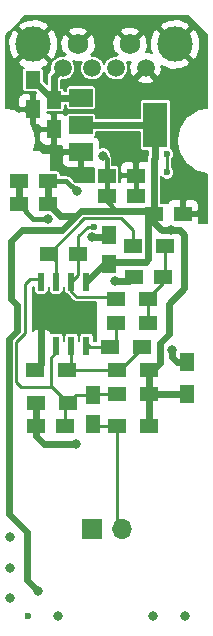
<source format=gbr>
G04 #@! TF.FileFunction,Copper,L2,Bot,Signal*
%FSLAX46Y46*%
G04 Gerber Fmt 4.6, Leading zero omitted, Abs format (unit mm)*
G04 Created by KiCad (PCBNEW 4.0.4-stable) date 03/30/17 11:45:36*
%MOMM*%
%LPD*%
G01*
G04 APERTURE LIST*
%ADD10C,0.100000*%
%ADD11R,1.500000X1.250000*%
%ADD12R,2.000000X3.800000*%
%ADD13R,2.000000X1.500000*%
%ADD14R,1.500000X1.300000*%
%ADD15C,1.750000*%
%ADD16C,1.501140*%
%ADD17C,2.999740*%
%ADD18R,1.250000X1.500000*%
%ADD19R,1.300000X1.500000*%
%ADD20R,0.600000X1.550000*%
%ADD21R,1.700000X1.700000*%
%ADD22O,1.700000X1.700000*%
%ADD23C,0.800000*%
%ADD24C,0.600000*%
%ADD25C,0.400000*%
%ADD26C,0.600000*%
%ADD27C,0.250000*%
%ADD28C,0.200000*%
G04 APERTURE END LIST*
D10*
D11*
X148620000Y-75130000D03*
X146120000Y-75130000D03*
D12*
X155140000Y-64230000D03*
D13*
X148840000Y-64230000D03*
X148840000Y-61930000D03*
X148840000Y-66530000D03*
D14*
X155910000Y-74450000D03*
X153210000Y-74450000D03*
D15*
X148600000Y-57400000D03*
X153000000Y-57400000D03*
D16*
X154300000Y-59400000D03*
X151800000Y-59400000D03*
X149800000Y-59400000D03*
X147300000Y-59400000D03*
D17*
X156800000Y-57400000D03*
X144800000Y-57400000D03*
D11*
X154990000Y-71730000D03*
X157490000Y-71730000D03*
X153310000Y-77080000D03*
X155810000Y-77080000D03*
D18*
X151200000Y-76010000D03*
X151200000Y-73510000D03*
D11*
X153500000Y-68500000D03*
X151000000Y-68500000D03*
X153500000Y-70200000D03*
X151000000Y-70200000D03*
X145000000Y-89710000D03*
X147500000Y-89710000D03*
X143550000Y-70900000D03*
X146050000Y-70900000D03*
D14*
X151860000Y-89680000D03*
X154560000Y-89680000D03*
X154570000Y-86980000D03*
X151870000Y-86980000D03*
X151870000Y-84990000D03*
X154570000Y-84990000D03*
X151840000Y-80970000D03*
X154540000Y-80970000D03*
X154540000Y-78910000D03*
X151840000Y-78910000D03*
X154030000Y-83010000D03*
X151330000Y-83010000D03*
X147680000Y-85000000D03*
X144980000Y-85000000D03*
X147720000Y-87760000D03*
X145020000Y-87760000D03*
D18*
X144770000Y-60400000D03*
X144770000Y-62900000D03*
X149840000Y-87070000D03*
X149840000Y-89570000D03*
X146530000Y-62100000D03*
X146530000Y-64600000D03*
D19*
X157810000Y-84310000D03*
X157810000Y-87010000D03*
D11*
X143550000Y-68990000D03*
X146050000Y-68990000D03*
D20*
X149295000Y-82890000D03*
X148025000Y-82890000D03*
X146755000Y-82890000D03*
X145485000Y-82890000D03*
X145485000Y-77490000D03*
X146755000Y-77490000D03*
X148025000Y-77490000D03*
X149295000Y-77490000D03*
D21*
X149730000Y-98450000D03*
D22*
X152270000Y-98450000D03*
D23*
X142810000Y-101720000D03*
D24*
X144350000Y-105800000D03*
D23*
X146890000Y-105800000D03*
X157640000Y-105800000D03*
X154970000Y-105800000D03*
X142810000Y-104260000D03*
X142810000Y-99140000D03*
X157180000Y-68380000D03*
X146750000Y-66390000D03*
X145150000Y-64590000D03*
X153200000Y-66940000D03*
X151980000Y-66940000D03*
X145200000Y-103670000D03*
X156430000Y-73150000D03*
X150700000Y-66810000D03*
X148460000Y-69840000D03*
D24*
X156100000Y-66710000D03*
X156100000Y-68240000D03*
D23*
X156520000Y-83280000D03*
D24*
X149900000Y-72820000D03*
D23*
X149760000Y-73710000D03*
X151750000Y-77460000D03*
X148440000Y-91270000D03*
X145720000Y-79020000D03*
X147390000Y-80010000D03*
X147390000Y-81140000D03*
X145740000Y-81120000D03*
X149150000Y-81150000D03*
X149150000Y-80020000D03*
X145690000Y-80010000D03*
X147370000Y-79030000D03*
X146050000Y-72180000D03*
D25*
X146750000Y-66390000D02*
X145610000Y-66390000D01*
X146890000Y-66530000D02*
X146750000Y-66390000D01*
X148840000Y-66530000D02*
X146890000Y-66530000D01*
X145130000Y-65910000D02*
X145150000Y-64590000D01*
X145610000Y-66390000D02*
X145130000Y-65910000D01*
X153200000Y-66940000D02*
X151990000Y-66950000D01*
X153500000Y-67240000D02*
X153200000Y-66940000D01*
X153500000Y-68500000D02*
X153500000Y-67240000D01*
X151990000Y-66950000D02*
X151980000Y-66940000D01*
X157500000Y-68400000D02*
X157490000Y-68400000D01*
D26*
X146530000Y-64600000D02*
X146440000Y-64510000D01*
X144770000Y-62900000D02*
X144220000Y-62900000D01*
X157250000Y-73150000D02*
X156430000Y-73150000D01*
X157600000Y-73500000D02*
X157250000Y-73150000D01*
X157600000Y-78040000D02*
X157600000Y-73500000D01*
X154570000Y-84990000D02*
X154930000Y-84990000D01*
X154930000Y-84990000D02*
X155530000Y-84390000D01*
X156260000Y-79380000D02*
X157600000Y-78040000D01*
X156260000Y-81950000D02*
X156260000Y-79380000D01*
X155530000Y-82680000D02*
X156260000Y-81950000D01*
X155530000Y-84390000D02*
X155530000Y-82680000D01*
X142715000Y-91805000D02*
X142715000Y-97145000D01*
X145180000Y-103670000D02*
X145200000Y-103670000D01*
X144250000Y-102740000D02*
X145180000Y-103670000D01*
X144250000Y-98680000D02*
X144250000Y-102740000D01*
X142715000Y-97145000D02*
X144250000Y-98680000D01*
X154340000Y-75770000D02*
X154330000Y-75780000D01*
X154340000Y-75770000D02*
X154550000Y-75560000D01*
X154550000Y-72170000D02*
X154550000Y-75560000D01*
X154330000Y-75780000D02*
X151430000Y-75780000D01*
X151430000Y-75780000D02*
X151200000Y-76010000D01*
X149295000Y-77490000D02*
X150775000Y-76010000D01*
X150775000Y-76010000D02*
X151200000Y-76010000D01*
X154550000Y-72170000D02*
X154990000Y-71730000D01*
X142710000Y-83620000D02*
X142710000Y-82330000D01*
X147210000Y-73130000D02*
X148425000Y-71915000D01*
X142710000Y-91800000D02*
X142715000Y-91805000D01*
X142710000Y-83620000D02*
X142710000Y-91800000D01*
X142890000Y-78990000D02*
X143390000Y-79490000D01*
X142890000Y-74050000D02*
X142890000Y-78990000D01*
X143810000Y-73130000D02*
X142890000Y-74050000D01*
X147210000Y-73130000D02*
X143810000Y-73130000D01*
X143390000Y-81650000D02*
X143390000Y-79490000D01*
X142710000Y-82330000D02*
X143390000Y-81650000D01*
X149295000Y-77490000D02*
X149295000Y-77425000D01*
X154570000Y-86980000D02*
X157780000Y-86980000D01*
X157780000Y-86980000D02*
X157810000Y-87010000D01*
X154570000Y-84990000D02*
X154570000Y-86980000D01*
X154560000Y-89680000D02*
X154560000Y-86990000D01*
X154560000Y-86990000D02*
X154570000Y-86980000D01*
X154990000Y-72480000D02*
X155660000Y-73150000D01*
X154990000Y-71730000D02*
X154990000Y-72480000D01*
X155660000Y-73150000D02*
X156430000Y-73150000D01*
X149290000Y-71510000D02*
X148830000Y-71510000D01*
X148830000Y-71510000D02*
X148425000Y-71915000D01*
X150620000Y-71510000D02*
X149290000Y-71510000D01*
X151840000Y-71510000D02*
X150620000Y-71510000D01*
D25*
X151000000Y-68500000D02*
X151000000Y-67110000D01*
X151000000Y-67110000D02*
X150700000Y-66810000D01*
X148460000Y-69840000D02*
X147610000Y-68990000D01*
X146050000Y-68990000D02*
X147280000Y-68990000D01*
X147610000Y-68990000D02*
X147280000Y-68990000D01*
X151000000Y-70200000D02*
X151000000Y-68500000D01*
X151000000Y-70200000D02*
X151000000Y-70670000D01*
X151000000Y-70670000D02*
X151840000Y-71510000D01*
D26*
X154990000Y-71730000D02*
X154770000Y-71510000D01*
X154770000Y-71510000D02*
X151840000Y-71510000D01*
X155140000Y-66980000D02*
X154990000Y-67130000D01*
X154990000Y-67130000D02*
X154990000Y-70360000D01*
X155140000Y-66980000D02*
X155140000Y-64230000D01*
X154990000Y-71730000D02*
X154990000Y-70360000D01*
X148425000Y-71915000D02*
X147065000Y-71915000D01*
X146680000Y-71530000D02*
X146050000Y-70900000D01*
X147065000Y-71915000D02*
X146680000Y-71530000D01*
X148510000Y-71830000D02*
X148425000Y-71915000D01*
D27*
X155610000Y-65800000D02*
X155270000Y-65460000D01*
D26*
X146050000Y-70900000D02*
X146050000Y-68990000D01*
X146050000Y-70920000D02*
X146050000Y-70900000D01*
D25*
X151000000Y-64190000D02*
X151000000Y-64230000D01*
X151000000Y-64230000D02*
X151000000Y-64190000D01*
X151000000Y-64190000D02*
X151000000Y-64230000D01*
D26*
X148840000Y-64230000D02*
X151000000Y-64230000D01*
X151000000Y-64230000D02*
X155140000Y-64230000D01*
D27*
X156100000Y-68240000D02*
X156100000Y-66710000D01*
D26*
X146470000Y-62100000D02*
X146530000Y-62100000D01*
X146530000Y-62100000D02*
X146700000Y-61930000D01*
X146700000Y-61930000D02*
X148840000Y-61930000D01*
X146530000Y-60170000D02*
X146530000Y-62100000D01*
X144770000Y-60400000D02*
X146470000Y-62100000D01*
X147300000Y-59400000D02*
X146530000Y-60170000D01*
X156990000Y-84310000D02*
X157810000Y-84310000D01*
X156520000Y-83840000D02*
X156990000Y-84310000D01*
X156520000Y-83280000D02*
X156520000Y-83840000D01*
D27*
X155810000Y-77080000D02*
X155910000Y-76980000D01*
X155910000Y-76980000D02*
X155910000Y-74450000D01*
X154540000Y-78910000D02*
X154540000Y-78850000D01*
X154540000Y-78850000D02*
X155820000Y-77570000D01*
X155820000Y-77570000D02*
X155820000Y-76890000D01*
X154540000Y-78910000D02*
X154530000Y-78900000D01*
X154540000Y-80970000D02*
X154540000Y-78910000D01*
X149430000Y-72820000D02*
X148620000Y-73630000D01*
X148620000Y-75130000D02*
X148620000Y-73630000D01*
X149900000Y-72820000D02*
X149430000Y-72820000D01*
X148620000Y-75130000D02*
X148620000Y-76895000D01*
X148620000Y-76895000D02*
X148025000Y-77490000D01*
X148025000Y-77490000D02*
X148025000Y-78345000D01*
X148480000Y-78800000D02*
X151730000Y-78800000D01*
X148025000Y-78345000D02*
X148480000Y-78800000D01*
X151730000Y-78800000D02*
X151840000Y-78910000D01*
X151840000Y-78910000D02*
X151180000Y-78910000D01*
X149114998Y-72135002D02*
X152235002Y-72135002D01*
X153210000Y-73110000D02*
X153210000Y-74450000D01*
X152235002Y-72135002D02*
X153210000Y-73110000D01*
X146120000Y-75130000D02*
X149114998Y-72135002D01*
X149114998Y-72135002D02*
X149170000Y-72135002D01*
X146755000Y-77490000D02*
X146755000Y-75765000D01*
X146755000Y-75765000D02*
X146120000Y-75130000D01*
X153210000Y-74450000D02*
X153020000Y-74260000D01*
D26*
X151200000Y-73510000D02*
X151000000Y-73710000D01*
X151000000Y-73710000D02*
X149760000Y-73710000D01*
X153310000Y-77080000D02*
X152930000Y-77460000D01*
X152930000Y-77460000D02*
X151750000Y-77460000D01*
X145000000Y-89710000D02*
X145000000Y-90580000D01*
X145690000Y-91270000D02*
X148440000Y-91270000D01*
X145000000Y-90580000D02*
X145690000Y-91270000D01*
X145720000Y-79020000D02*
X145730000Y-79030000D01*
X145720000Y-79980000D02*
X145720000Y-79020000D01*
X145690000Y-80010000D02*
X147390000Y-80010000D01*
X149140000Y-80010000D02*
X147390000Y-80010000D01*
X149150000Y-80020000D02*
X149150000Y-81150000D01*
X147390000Y-81140000D02*
X149140000Y-81140000D01*
X147370000Y-81120000D02*
X147390000Y-81140000D01*
X145485000Y-82890000D02*
X145485000Y-81375000D01*
X145485000Y-81375000D02*
X145740000Y-81120000D01*
X145740000Y-81120000D02*
X147370000Y-81120000D01*
X149140000Y-81140000D02*
X149150000Y-81150000D01*
X149150000Y-80020000D02*
X149140000Y-80010000D01*
X145690000Y-80010000D02*
X145720000Y-79980000D01*
X145730000Y-79030000D02*
X147370000Y-79030000D01*
X144980000Y-85000000D02*
X145485000Y-84495000D01*
X145485000Y-84495000D02*
X145485000Y-82890000D01*
X145020000Y-87760000D02*
X145020000Y-89690000D01*
X145020000Y-89690000D02*
X145000000Y-89710000D01*
D25*
X144810000Y-72160000D02*
X146030000Y-72160000D01*
X143550000Y-70900000D02*
X144810000Y-72160000D01*
X146030000Y-72160000D02*
X146050000Y-72180000D01*
D26*
X143550000Y-68990000D02*
X143550000Y-70900000D01*
D27*
X143350000Y-84140000D02*
X143350000Y-82573886D01*
X143350000Y-84140000D02*
X143350000Y-85990000D01*
X143350000Y-85990000D02*
X143780000Y-86420000D01*
X143780000Y-86420000D02*
X146410000Y-86420000D01*
X146330000Y-86340000D02*
X146410000Y-86420000D01*
X143350000Y-82573886D02*
X144120000Y-81803886D01*
X145455000Y-77250000D02*
X144550000Y-77250000D01*
X144550000Y-77250000D02*
X144120000Y-77680000D01*
X144120000Y-77680000D02*
X144120000Y-81803886D01*
X147720000Y-87760000D02*
X147720000Y-87730000D01*
X147720000Y-87730000D02*
X146330000Y-86340000D01*
X146725000Y-83495000D02*
X146725000Y-82650000D01*
X146330000Y-83890000D02*
X146725000Y-83495000D01*
X146330000Y-86340000D02*
X146330000Y-83890000D01*
X147720000Y-87760000D02*
X148410000Y-87070000D01*
X148410000Y-87070000D02*
X149840000Y-87070000D01*
X147500000Y-89710000D02*
X147500000Y-87980000D01*
X147500000Y-87980000D02*
X147720000Y-87760000D01*
X151870000Y-86980000D02*
X149930000Y-86980000D01*
X149930000Y-86980000D02*
X149840000Y-87070000D01*
X151860000Y-89680000D02*
X151860000Y-98040000D01*
X151860000Y-98040000D02*
X152270000Y-98450000D01*
X149840000Y-89570000D02*
X149950000Y-89680000D01*
X149950000Y-89680000D02*
X151860000Y-89680000D01*
X149265000Y-82650000D02*
X149615000Y-83000000D01*
X149615000Y-83000000D02*
X151850000Y-83000000D01*
X151850000Y-83000000D02*
X151840000Y-82990000D01*
X151840000Y-82990000D02*
X151840000Y-80970000D01*
X151870000Y-84990000D02*
X152120000Y-84990000D01*
X152120000Y-84990000D02*
X154110000Y-83000000D01*
X154110000Y-83000000D02*
X154550000Y-83000000D01*
X147680000Y-85000000D02*
X151860000Y-85000000D01*
X151860000Y-85000000D02*
X151870000Y-84990000D01*
X147995000Y-82650000D02*
X147995000Y-84685000D01*
X147995000Y-84685000D02*
X147680000Y-85000000D01*
D28*
G36*
X159475000Y-56580330D02*
X159475000Y-62742245D01*
X158820132Y-62872507D01*
X158820131Y-62872507D01*
X158684952Y-62928500D01*
X157873894Y-63470432D01*
X157770432Y-63573894D01*
X157228500Y-64384952D01*
X157172507Y-64520132D01*
X156982207Y-65476836D01*
X156982205Y-65476841D01*
X156982206Y-65550000D01*
X156982205Y-65623159D01*
X156982207Y-65623164D01*
X157172507Y-66579868D01*
X157228500Y-66715048D01*
X157770432Y-67526106D01*
X157873894Y-67629568D01*
X158684952Y-68171500D01*
X158820131Y-68227493D01*
X158820132Y-68227493D01*
X159475000Y-68357755D01*
X159475000Y-72530000D01*
X158825607Y-72530000D01*
X158848000Y-72475938D01*
X158848000Y-72036000D01*
X158696000Y-71884000D01*
X157644000Y-71884000D01*
X157644000Y-71904000D01*
X157336000Y-71904000D01*
X157336000Y-71884000D01*
X157316000Y-71884000D01*
X157316000Y-71576000D01*
X157336000Y-71576000D01*
X157336000Y-70649000D01*
X157644000Y-70649000D01*
X157644000Y-71576000D01*
X158696000Y-71576000D01*
X158848000Y-71424000D01*
X158848000Y-70984062D01*
X158755438Y-70760596D01*
X158584405Y-70589563D01*
X158360939Y-70497000D01*
X157796000Y-70497000D01*
X157644000Y-70649000D01*
X157336000Y-70649000D01*
X157184000Y-70497000D01*
X156619061Y-70497000D01*
X156395595Y-70589563D01*
X156224562Y-70760596D01*
X156204098Y-70810000D01*
X155793712Y-70810000D01*
X155740000Y-70799123D01*
X155590000Y-70799123D01*
X155590000Y-68576893D01*
X155591048Y-68579429D01*
X155759683Y-68748359D01*
X155980129Y-68839896D01*
X156218824Y-68840104D01*
X156439429Y-68748952D01*
X156608359Y-68580317D01*
X156699896Y-68359871D01*
X156700104Y-68121176D01*
X156608952Y-67900571D01*
X156525000Y-67816472D01*
X156525000Y-67133530D01*
X156608359Y-67050317D01*
X156699896Y-66829871D01*
X156700104Y-66591176D01*
X156608952Y-66370571D01*
X156440317Y-66201641D01*
X156432063Y-66198214D01*
X156445877Y-66130000D01*
X156445877Y-62330000D01*
X156424958Y-62218827D01*
X156359255Y-62116721D01*
X156259003Y-62048222D01*
X156140000Y-62024123D01*
X154140000Y-62024123D01*
X154028827Y-62045042D01*
X153926721Y-62110745D01*
X153858222Y-62210997D01*
X153834123Y-62330000D01*
X153834123Y-63630000D01*
X150145877Y-63630000D01*
X150145877Y-63480000D01*
X150124958Y-63368827D01*
X150059255Y-63266721D01*
X149959003Y-63198222D01*
X149840000Y-63174123D01*
X147840000Y-63174123D01*
X147728827Y-63195042D01*
X147626721Y-63260745D01*
X147558222Y-63360997D01*
X147552769Y-63387927D01*
X147499404Y-63334562D01*
X147275938Y-63242000D01*
X146836000Y-63242000D01*
X146684000Y-63394000D01*
X146684000Y-64446000D01*
X146704000Y-64446000D01*
X146704000Y-64754000D01*
X146684000Y-64754000D01*
X146684000Y-65806000D01*
X146836000Y-65958000D01*
X147232000Y-65958000D01*
X147232000Y-66224000D01*
X147384000Y-66376000D01*
X148686000Y-66376000D01*
X148686000Y-66356000D01*
X148994000Y-66356000D01*
X148994000Y-66376000D01*
X149014000Y-66376000D01*
X149014000Y-66684000D01*
X148994000Y-66684000D01*
X148994000Y-67736000D01*
X149146000Y-67888000D01*
X149944123Y-67888000D01*
X149944123Y-69040000D01*
X148367107Y-69040000D01*
X147963553Y-68636447D01*
X147801342Y-68528060D01*
X147610000Y-68490000D01*
X147105877Y-68490000D01*
X147105877Y-68365000D01*
X147084958Y-68253827D01*
X147019255Y-68151721D01*
X146919003Y-68083222D01*
X146800000Y-68059123D01*
X146300000Y-68059123D01*
X146300000Y-66836000D01*
X147232000Y-66836000D01*
X147232000Y-67400938D01*
X147324562Y-67624404D01*
X147495595Y-67795437D01*
X147719061Y-67888000D01*
X148534000Y-67888000D01*
X148686000Y-67736000D01*
X148686000Y-66684000D01*
X147384000Y-66684000D01*
X147232000Y-66836000D01*
X146300000Y-66836000D01*
X146300000Y-66430000D01*
X146292121Y-66391094D01*
X146269727Y-66358319D01*
X146236346Y-66336839D01*
X146200000Y-66330000D01*
X144877195Y-66330000D01*
X145017795Y-65623159D01*
X145017795Y-65476841D01*
X144904248Y-64906000D01*
X145297000Y-64906000D01*
X145297000Y-65470939D01*
X145389563Y-65694405D01*
X145560596Y-65865438D01*
X145784062Y-65958000D01*
X146224000Y-65958000D01*
X146376000Y-65806000D01*
X146376000Y-64754000D01*
X145449000Y-64754000D01*
X145297000Y-64906000D01*
X144904248Y-64906000D01*
X144827493Y-64520132D01*
X144771500Y-64384952D01*
X144597483Y-64124517D01*
X144616000Y-64106000D01*
X144616000Y-63054000D01*
X143689000Y-63054000D01*
X143614448Y-63128552D01*
X143315048Y-62928500D01*
X143179868Y-62872507D01*
X142525000Y-62742246D01*
X142525000Y-62029061D01*
X143537000Y-62029061D01*
X143537000Y-62594000D01*
X143689000Y-62746000D01*
X144616000Y-62746000D01*
X144616000Y-61694000D01*
X144464000Y-61542000D01*
X144024062Y-61542000D01*
X143800596Y-61634562D01*
X143629563Y-61805595D01*
X143537000Y-62029061D01*
X142525000Y-62029061D01*
X142525000Y-58916900D01*
X143500889Y-58916900D01*
X143664588Y-59224760D01*
X144035939Y-59364645D01*
X144033827Y-59365042D01*
X143931721Y-59430745D01*
X143863222Y-59530997D01*
X143839123Y-59650000D01*
X143839123Y-61150000D01*
X143860042Y-61261173D01*
X143925745Y-61363279D01*
X144025997Y-61431778D01*
X144145000Y-61455877D01*
X144977349Y-61455877D01*
X145069736Y-61548264D01*
X144924000Y-61694000D01*
X144924000Y-62746000D01*
X144944000Y-62746000D01*
X144944000Y-63054000D01*
X144924000Y-63054000D01*
X144924000Y-64106000D01*
X145076000Y-64258000D01*
X145297000Y-64258000D01*
X145297000Y-64294000D01*
X145449000Y-64446000D01*
X146376000Y-64446000D01*
X146376000Y-63394000D01*
X146224000Y-63242000D01*
X146003000Y-63242000D01*
X146003000Y-63206000D01*
X145952877Y-63155877D01*
X147155000Y-63155877D01*
X147266173Y-63134958D01*
X147368279Y-63069255D01*
X147436778Y-62969003D01*
X147460877Y-62850000D01*
X147460877Y-62530000D01*
X147534123Y-62530000D01*
X147534123Y-62680000D01*
X147555042Y-62791173D01*
X147620745Y-62893279D01*
X147720997Y-62961778D01*
X147840000Y-62985877D01*
X149840000Y-62985877D01*
X149951173Y-62964958D01*
X150053279Y-62899255D01*
X150121778Y-62799003D01*
X150145877Y-62680000D01*
X150145877Y-61180000D01*
X150124958Y-61068827D01*
X150059255Y-60966721D01*
X149959003Y-60898222D01*
X149840000Y-60874123D01*
X147840000Y-60874123D01*
X147728827Y-60895042D01*
X147626721Y-60960745D01*
X147558222Y-61060997D01*
X147534123Y-61180000D01*
X147534123Y-61330000D01*
X147457114Y-61330000D01*
X147439958Y-61238827D01*
X147374255Y-61136721D01*
X147274003Y-61068222D01*
X147155000Y-61044123D01*
X147130000Y-61044123D01*
X147130000Y-60450422D01*
X147508055Y-60450752D01*
X147894323Y-60291149D01*
X148190111Y-59995877D01*
X148350387Y-59609888D01*
X148350752Y-59191945D01*
X148201670Y-58831141D01*
X148398598Y-58898581D01*
X148883314Y-58868122D01*
X148749613Y-59190112D01*
X148749248Y-59608055D01*
X148908851Y-59994323D01*
X149204123Y-60290111D01*
X149590112Y-60450387D01*
X150008055Y-60450752D01*
X150394323Y-60291149D01*
X150690111Y-59995877D01*
X150800072Y-59731059D01*
X150908851Y-59994323D01*
X151204123Y-60290111D01*
X151590112Y-60450387D01*
X152008055Y-60450752D01*
X152193658Y-60374062D01*
X153543727Y-60374062D01*
X153615444Y-60604211D01*
X154128384Y-60774514D01*
X154667452Y-60735560D01*
X154984556Y-60604211D01*
X155056273Y-60374062D01*
X154300000Y-59617789D01*
X153543727Y-60374062D01*
X152193658Y-60374062D01*
X152394323Y-60291149D01*
X152690111Y-59995877D01*
X152850387Y-59609888D01*
X152850752Y-59191945D01*
X152718153Y-58871032D01*
X152798598Y-58898581D01*
X153040022Y-58883410D01*
X152925486Y-59228384D01*
X152964440Y-59767452D01*
X153095789Y-60084556D01*
X153325938Y-60156273D01*
X154082211Y-59400000D01*
X154068069Y-59385858D01*
X154285858Y-59168069D01*
X154300000Y-59182211D01*
X154314142Y-59168069D01*
X154531931Y-59385858D01*
X154517789Y-59400000D01*
X155274062Y-60156273D01*
X155504211Y-60084556D01*
X155674514Y-59571616D01*
X155647069Y-59191812D01*
X155664588Y-59224760D01*
X156449322Y-59520362D01*
X157287443Y-59493158D01*
X157935412Y-59224760D01*
X158099111Y-58916900D01*
X156800000Y-57617789D01*
X156785858Y-57631931D01*
X156568069Y-57414142D01*
X156582211Y-57400000D01*
X157017789Y-57400000D01*
X158316900Y-58699111D01*
X158624760Y-58535412D01*
X158920362Y-57750678D01*
X158893158Y-56912557D01*
X158624760Y-56264588D01*
X158316900Y-56100889D01*
X157017789Y-57400000D01*
X156582211Y-57400000D01*
X155283100Y-56100889D01*
X154975240Y-56264588D01*
X154679638Y-57049322D01*
X154706842Y-57887443D01*
X154810646Y-58138049D01*
X154471616Y-58025486D01*
X154350347Y-58034249D01*
X154498581Y-57601402D01*
X154461581Y-57012589D01*
X154307435Y-56640447D01*
X154064413Y-56553376D01*
X153217789Y-57400000D01*
X153231931Y-57414142D01*
X153014142Y-57631931D01*
X153000000Y-57617789D01*
X152985858Y-57631931D01*
X152768069Y-57414142D01*
X152782211Y-57400000D01*
X151935587Y-56553376D01*
X151692565Y-56640447D01*
X151501419Y-57198598D01*
X151538419Y-57787411D01*
X151692565Y-58159553D01*
X151935586Y-58246623D01*
X151832751Y-58349458D01*
X151591945Y-58349248D01*
X151205677Y-58508851D01*
X150909889Y-58804123D01*
X150799928Y-59068941D01*
X150691149Y-58805677D01*
X150395877Y-58509889D01*
X150009888Y-58349613D01*
X149767192Y-58349401D01*
X149664414Y-58246623D01*
X149907435Y-58159553D01*
X150098581Y-57601402D01*
X150061581Y-57012589D01*
X149907435Y-56640447D01*
X149664413Y-56553376D01*
X148817789Y-57400000D01*
X148831931Y-57414142D01*
X148614142Y-57631931D01*
X148600000Y-57617789D01*
X148585858Y-57631931D01*
X148368069Y-57414142D01*
X148382211Y-57400000D01*
X147535587Y-56553376D01*
X147292565Y-56640447D01*
X147101419Y-57198598D01*
X147138419Y-57787411D01*
X147292565Y-58159553D01*
X147535586Y-58246623D01*
X147432663Y-58349546D01*
X147091945Y-58349248D01*
X146705677Y-58508851D01*
X146409889Y-58804123D01*
X146249613Y-59190112D01*
X146249253Y-59602219D01*
X146105736Y-59745736D01*
X145975672Y-59940390D01*
X145930000Y-60170000D01*
X145930000Y-60711472D01*
X145700877Y-60482349D01*
X145700877Y-59650000D01*
X145679958Y-59538827D01*
X145614255Y-59436721D01*
X145542333Y-59387579D01*
X145935412Y-59224760D01*
X146099111Y-58916900D01*
X144800000Y-57617789D01*
X143500889Y-58916900D01*
X142525000Y-58916900D01*
X142525000Y-57049322D01*
X142679638Y-57049322D01*
X142706842Y-57887443D01*
X142975240Y-58535412D01*
X143283100Y-58699111D01*
X144582211Y-57400000D01*
X145017789Y-57400000D01*
X146316900Y-58699111D01*
X146624760Y-58535412D01*
X146920362Y-57750678D01*
X146893158Y-56912557D01*
X146654169Y-56335587D01*
X147753376Y-56335587D01*
X148600000Y-57182211D01*
X149446624Y-56335587D01*
X152153376Y-56335587D01*
X153000000Y-57182211D01*
X153846624Y-56335587D01*
X153759553Y-56092565D01*
X153201402Y-55901419D01*
X152612589Y-55938419D01*
X152240447Y-56092565D01*
X152153376Y-56335587D01*
X149446624Y-56335587D01*
X149359553Y-56092565D01*
X148801402Y-55901419D01*
X148212589Y-55938419D01*
X147840447Y-56092565D01*
X147753376Y-56335587D01*
X146654169Y-56335587D01*
X146624760Y-56264588D01*
X146316900Y-56100889D01*
X145017789Y-57400000D01*
X144582211Y-57400000D01*
X143283100Y-56100889D01*
X142975240Y-56264588D01*
X142679638Y-57049322D01*
X142525000Y-57049322D01*
X142525000Y-56580330D01*
X143222230Y-55883100D01*
X143500889Y-55883100D01*
X144800000Y-57182211D01*
X146099111Y-55883100D01*
X155500889Y-55883100D01*
X156800000Y-57182211D01*
X158099111Y-55883100D01*
X157935412Y-55575240D01*
X157150678Y-55279638D01*
X156312557Y-55306842D01*
X155664588Y-55575240D01*
X155500889Y-55883100D01*
X146099111Y-55883100D01*
X145935412Y-55575240D01*
X145150678Y-55279638D01*
X144312557Y-55306842D01*
X143664588Y-55575240D01*
X143500889Y-55883100D01*
X143222230Y-55883100D01*
X144130330Y-54975000D01*
X157869670Y-54975000D01*
X159475000Y-56580330D01*
X159475000Y-56580330D01*
G37*
X159475000Y-56580330D02*
X159475000Y-62742245D01*
X158820132Y-62872507D01*
X158820131Y-62872507D01*
X158684952Y-62928500D01*
X157873894Y-63470432D01*
X157770432Y-63573894D01*
X157228500Y-64384952D01*
X157172507Y-64520132D01*
X156982207Y-65476836D01*
X156982205Y-65476841D01*
X156982206Y-65550000D01*
X156982205Y-65623159D01*
X156982207Y-65623164D01*
X157172507Y-66579868D01*
X157228500Y-66715048D01*
X157770432Y-67526106D01*
X157873894Y-67629568D01*
X158684952Y-68171500D01*
X158820131Y-68227493D01*
X158820132Y-68227493D01*
X159475000Y-68357755D01*
X159475000Y-72530000D01*
X158825607Y-72530000D01*
X158848000Y-72475938D01*
X158848000Y-72036000D01*
X158696000Y-71884000D01*
X157644000Y-71884000D01*
X157644000Y-71904000D01*
X157336000Y-71904000D01*
X157336000Y-71884000D01*
X157316000Y-71884000D01*
X157316000Y-71576000D01*
X157336000Y-71576000D01*
X157336000Y-70649000D01*
X157644000Y-70649000D01*
X157644000Y-71576000D01*
X158696000Y-71576000D01*
X158848000Y-71424000D01*
X158848000Y-70984062D01*
X158755438Y-70760596D01*
X158584405Y-70589563D01*
X158360939Y-70497000D01*
X157796000Y-70497000D01*
X157644000Y-70649000D01*
X157336000Y-70649000D01*
X157184000Y-70497000D01*
X156619061Y-70497000D01*
X156395595Y-70589563D01*
X156224562Y-70760596D01*
X156204098Y-70810000D01*
X155793712Y-70810000D01*
X155740000Y-70799123D01*
X155590000Y-70799123D01*
X155590000Y-68576893D01*
X155591048Y-68579429D01*
X155759683Y-68748359D01*
X155980129Y-68839896D01*
X156218824Y-68840104D01*
X156439429Y-68748952D01*
X156608359Y-68580317D01*
X156699896Y-68359871D01*
X156700104Y-68121176D01*
X156608952Y-67900571D01*
X156525000Y-67816472D01*
X156525000Y-67133530D01*
X156608359Y-67050317D01*
X156699896Y-66829871D01*
X156700104Y-66591176D01*
X156608952Y-66370571D01*
X156440317Y-66201641D01*
X156432063Y-66198214D01*
X156445877Y-66130000D01*
X156445877Y-62330000D01*
X156424958Y-62218827D01*
X156359255Y-62116721D01*
X156259003Y-62048222D01*
X156140000Y-62024123D01*
X154140000Y-62024123D01*
X154028827Y-62045042D01*
X153926721Y-62110745D01*
X153858222Y-62210997D01*
X153834123Y-62330000D01*
X153834123Y-63630000D01*
X150145877Y-63630000D01*
X150145877Y-63480000D01*
X150124958Y-63368827D01*
X150059255Y-63266721D01*
X149959003Y-63198222D01*
X149840000Y-63174123D01*
X147840000Y-63174123D01*
X147728827Y-63195042D01*
X147626721Y-63260745D01*
X147558222Y-63360997D01*
X147552769Y-63387927D01*
X147499404Y-63334562D01*
X147275938Y-63242000D01*
X146836000Y-63242000D01*
X146684000Y-63394000D01*
X146684000Y-64446000D01*
X146704000Y-64446000D01*
X146704000Y-64754000D01*
X146684000Y-64754000D01*
X146684000Y-65806000D01*
X146836000Y-65958000D01*
X147232000Y-65958000D01*
X147232000Y-66224000D01*
X147384000Y-66376000D01*
X148686000Y-66376000D01*
X148686000Y-66356000D01*
X148994000Y-66356000D01*
X148994000Y-66376000D01*
X149014000Y-66376000D01*
X149014000Y-66684000D01*
X148994000Y-66684000D01*
X148994000Y-67736000D01*
X149146000Y-67888000D01*
X149944123Y-67888000D01*
X149944123Y-69040000D01*
X148367107Y-69040000D01*
X147963553Y-68636447D01*
X147801342Y-68528060D01*
X147610000Y-68490000D01*
X147105877Y-68490000D01*
X147105877Y-68365000D01*
X147084958Y-68253827D01*
X147019255Y-68151721D01*
X146919003Y-68083222D01*
X146800000Y-68059123D01*
X146300000Y-68059123D01*
X146300000Y-66836000D01*
X147232000Y-66836000D01*
X147232000Y-67400938D01*
X147324562Y-67624404D01*
X147495595Y-67795437D01*
X147719061Y-67888000D01*
X148534000Y-67888000D01*
X148686000Y-67736000D01*
X148686000Y-66684000D01*
X147384000Y-66684000D01*
X147232000Y-66836000D01*
X146300000Y-66836000D01*
X146300000Y-66430000D01*
X146292121Y-66391094D01*
X146269727Y-66358319D01*
X146236346Y-66336839D01*
X146200000Y-66330000D01*
X144877195Y-66330000D01*
X145017795Y-65623159D01*
X145017795Y-65476841D01*
X144904248Y-64906000D01*
X145297000Y-64906000D01*
X145297000Y-65470939D01*
X145389563Y-65694405D01*
X145560596Y-65865438D01*
X145784062Y-65958000D01*
X146224000Y-65958000D01*
X146376000Y-65806000D01*
X146376000Y-64754000D01*
X145449000Y-64754000D01*
X145297000Y-64906000D01*
X144904248Y-64906000D01*
X144827493Y-64520132D01*
X144771500Y-64384952D01*
X144597483Y-64124517D01*
X144616000Y-64106000D01*
X144616000Y-63054000D01*
X143689000Y-63054000D01*
X143614448Y-63128552D01*
X143315048Y-62928500D01*
X143179868Y-62872507D01*
X142525000Y-62742246D01*
X142525000Y-62029061D01*
X143537000Y-62029061D01*
X143537000Y-62594000D01*
X143689000Y-62746000D01*
X144616000Y-62746000D01*
X144616000Y-61694000D01*
X144464000Y-61542000D01*
X144024062Y-61542000D01*
X143800596Y-61634562D01*
X143629563Y-61805595D01*
X143537000Y-62029061D01*
X142525000Y-62029061D01*
X142525000Y-58916900D01*
X143500889Y-58916900D01*
X143664588Y-59224760D01*
X144035939Y-59364645D01*
X144033827Y-59365042D01*
X143931721Y-59430745D01*
X143863222Y-59530997D01*
X143839123Y-59650000D01*
X143839123Y-61150000D01*
X143860042Y-61261173D01*
X143925745Y-61363279D01*
X144025997Y-61431778D01*
X144145000Y-61455877D01*
X144977349Y-61455877D01*
X145069736Y-61548264D01*
X144924000Y-61694000D01*
X144924000Y-62746000D01*
X144944000Y-62746000D01*
X144944000Y-63054000D01*
X144924000Y-63054000D01*
X144924000Y-64106000D01*
X145076000Y-64258000D01*
X145297000Y-64258000D01*
X145297000Y-64294000D01*
X145449000Y-64446000D01*
X146376000Y-64446000D01*
X146376000Y-63394000D01*
X146224000Y-63242000D01*
X146003000Y-63242000D01*
X146003000Y-63206000D01*
X145952877Y-63155877D01*
X147155000Y-63155877D01*
X147266173Y-63134958D01*
X147368279Y-63069255D01*
X147436778Y-62969003D01*
X147460877Y-62850000D01*
X147460877Y-62530000D01*
X147534123Y-62530000D01*
X147534123Y-62680000D01*
X147555042Y-62791173D01*
X147620745Y-62893279D01*
X147720997Y-62961778D01*
X147840000Y-62985877D01*
X149840000Y-62985877D01*
X149951173Y-62964958D01*
X150053279Y-62899255D01*
X150121778Y-62799003D01*
X150145877Y-62680000D01*
X150145877Y-61180000D01*
X150124958Y-61068827D01*
X150059255Y-60966721D01*
X149959003Y-60898222D01*
X149840000Y-60874123D01*
X147840000Y-60874123D01*
X147728827Y-60895042D01*
X147626721Y-60960745D01*
X147558222Y-61060997D01*
X147534123Y-61180000D01*
X147534123Y-61330000D01*
X147457114Y-61330000D01*
X147439958Y-61238827D01*
X147374255Y-61136721D01*
X147274003Y-61068222D01*
X147155000Y-61044123D01*
X147130000Y-61044123D01*
X147130000Y-60450422D01*
X147508055Y-60450752D01*
X147894323Y-60291149D01*
X148190111Y-59995877D01*
X148350387Y-59609888D01*
X148350752Y-59191945D01*
X148201670Y-58831141D01*
X148398598Y-58898581D01*
X148883314Y-58868122D01*
X148749613Y-59190112D01*
X148749248Y-59608055D01*
X148908851Y-59994323D01*
X149204123Y-60290111D01*
X149590112Y-60450387D01*
X150008055Y-60450752D01*
X150394323Y-60291149D01*
X150690111Y-59995877D01*
X150800072Y-59731059D01*
X150908851Y-59994323D01*
X151204123Y-60290111D01*
X151590112Y-60450387D01*
X152008055Y-60450752D01*
X152193658Y-60374062D01*
X153543727Y-60374062D01*
X153615444Y-60604211D01*
X154128384Y-60774514D01*
X154667452Y-60735560D01*
X154984556Y-60604211D01*
X155056273Y-60374062D01*
X154300000Y-59617789D01*
X153543727Y-60374062D01*
X152193658Y-60374062D01*
X152394323Y-60291149D01*
X152690111Y-59995877D01*
X152850387Y-59609888D01*
X152850752Y-59191945D01*
X152718153Y-58871032D01*
X152798598Y-58898581D01*
X153040022Y-58883410D01*
X152925486Y-59228384D01*
X152964440Y-59767452D01*
X153095789Y-60084556D01*
X153325938Y-60156273D01*
X154082211Y-59400000D01*
X154068069Y-59385858D01*
X154285858Y-59168069D01*
X154300000Y-59182211D01*
X154314142Y-59168069D01*
X154531931Y-59385858D01*
X154517789Y-59400000D01*
X155274062Y-60156273D01*
X155504211Y-60084556D01*
X155674514Y-59571616D01*
X155647069Y-59191812D01*
X155664588Y-59224760D01*
X156449322Y-59520362D01*
X157287443Y-59493158D01*
X157935412Y-59224760D01*
X158099111Y-58916900D01*
X156800000Y-57617789D01*
X156785858Y-57631931D01*
X156568069Y-57414142D01*
X156582211Y-57400000D01*
X157017789Y-57400000D01*
X158316900Y-58699111D01*
X158624760Y-58535412D01*
X158920362Y-57750678D01*
X158893158Y-56912557D01*
X158624760Y-56264588D01*
X158316900Y-56100889D01*
X157017789Y-57400000D01*
X156582211Y-57400000D01*
X155283100Y-56100889D01*
X154975240Y-56264588D01*
X154679638Y-57049322D01*
X154706842Y-57887443D01*
X154810646Y-58138049D01*
X154471616Y-58025486D01*
X154350347Y-58034249D01*
X154498581Y-57601402D01*
X154461581Y-57012589D01*
X154307435Y-56640447D01*
X154064413Y-56553376D01*
X153217789Y-57400000D01*
X153231931Y-57414142D01*
X153014142Y-57631931D01*
X153000000Y-57617789D01*
X152985858Y-57631931D01*
X152768069Y-57414142D01*
X152782211Y-57400000D01*
X151935587Y-56553376D01*
X151692565Y-56640447D01*
X151501419Y-57198598D01*
X151538419Y-57787411D01*
X151692565Y-58159553D01*
X151935586Y-58246623D01*
X151832751Y-58349458D01*
X151591945Y-58349248D01*
X151205677Y-58508851D01*
X150909889Y-58804123D01*
X150799928Y-59068941D01*
X150691149Y-58805677D01*
X150395877Y-58509889D01*
X150009888Y-58349613D01*
X149767192Y-58349401D01*
X149664414Y-58246623D01*
X149907435Y-58159553D01*
X150098581Y-57601402D01*
X150061581Y-57012589D01*
X149907435Y-56640447D01*
X149664413Y-56553376D01*
X148817789Y-57400000D01*
X148831931Y-57414142D01*
X148614142Y-57631931D01*
X148600000Y-57617789D01*
X148585858Y-57631931D01*
X148368069Y-57414142D01*
X148382211Y-57400000D01*
X147535587Y-56553376D01*
X147292565Y-56640447D01*
X147101419Y-57198598D01*
X147138419Y-57787411D01*
X147292565Y-58159553D01*
X147535586Y-58246623D01*
X147432663Y-58349546D01*
X147091945Y-58349248D01*
X146705677Y-58508851D01*
X146409889Y-58804123D01*
X146249613Y-59190112D01*
X146249253Y-59602219D01*
X146105736Y-59745736D01*
X145975672Y-59940390D01*
X145930000Y-60170000D01*
X145930000Y-60711472D01*
X145700877Y-60482349D01*
X145700877Y-59650000D01*
X145679958Y-59538827D01*
X145614255Y-59436721D01*
X145542333Y-59387579D01*
X145935412Y-59224760D01*
X146099111Y-58916900D01*
X144800000Y-57617789D01*
X143500889Y-58916900D01*
X142525000Y-58916900D01*
X142525000Y-57049322D01*
X142679638Y-57049322D01*
X142706842Y-57887443D01*
X142975240Y-58535412D01*
X143283100Y-58699111D01*
X144582211Y-57400000D01*
X145017789Y-57400000D01*
X146316900Y-58699111D01*
X146624760Y-58535412D01*
X146920362Y-57750678D01*
X146893158Y-56912557D01*
X146654169Y-56335587D01*
X147753376Y-56335587D01*
X148600000Y-57182211D01*
X149446624Y-56335587D01*
X152153376Y-56335587D01*
X153000000Y-57182211D01*
X153846624Y-56335587D01*
X153759553Y-56092565D01*
X153201402Y-55901419D01*
X152612589Y-55938419D01*
X152240447Y-56092565D01*
X152153376Y-56335587D01*
X149446624Y-56335587D01*
X149359553Y-56092565D01*
X148801402Y-55901419D01*
X148212589Y-55938419D01*
X147840447Y-56092565D01*
X147753376Y-56335587D01*
X146654169Y-56335587D01*
X146624760Y-56264588D01*
X146316900Y-56100889D01*
X145017789Y-57400000D01*
X144582211Y-57400000D01*
X143283100Y-56100889D01*
X142975240Y-56264588D01*
X142679638Y-57049322D01*
X142525000Y-57049322D01*
X142525000Y-56580330D01*
X143222230Y-55883100D01*
X143500889Y-55883100D01*
X144800000Y-57182211D01*
X146099111Y-55883100D01*
X155500889Y-55883100D01*
X156800000Y-57182211D01*
X158099111Y-55883100D01*
X157935412Y-55575240D01*
X157150678Y-55279638D01*
X156312557Y-55306842D01*
X155664588Y-55575240D01*
X155500889Y-55883100D01*
X146099111Y-55883100D01*
X145935412Y-55575240D01*
X145150678Y-55279638D01*
X144312557Y-55306842D01*
X143664588Y-55575240D01*
X143500889Y-55883100D01*
X143222230Y-55883100D01*
X144130330Y-54975000D01*
X157869670Y-54975000D01*
X159475000Y-56580330D01*
G36*
X153834123Y-66130000D02*
X153855042Y-66241173D01*
X153920745Y-66343279D01*
X154020997Y-66411778D01*
X154140000Y-66435877D01*
X154540000Y-66435877D01*
X154540000Y-66744253D01*
X154435672Y-66900390D01*
X154390000Y-67130000D01*
X154390000Y-67274895D01*
X154370939Y-67267000D01*
X153806000Y-67267000D01*
X153654000Y-67419000D01*
X153654000Y-68346000D01*
X153674000Y-68346000D01*
X153674000Y-68654000D01*
X153654000Y-68654000D01*
X153654000Y-70046000D01*
X153674000Y-70046000D01*
X153674000Y-70354000D01*
X153654000Y-70354000D01*
X153654000Y-70374000D01*
X153410000Y-70374000D01*
X153410000Y-69140000D01*
X153402121Y-69101094D01*
X153379727Y-69068319D01*
X153346346Y-69046839D01*
X153346000Y-69046774D01*
X153346000Y-68654000D01*
X152294000Y-68654000D01*
X152142000Y-68806000D01*
X152142000Y-69040000D01*
X152055877Y-69040000D01*
X152055877Y-67875000D01*
X152034958Y-67763827D01*
X152028675Y-67754062D01*
X152142000Y-67754062D01*
X152142000Y-68194000D01*
X152294000Y-68346000D01*
X153346000Y-68346000D01*
X153346000Y-67419000D01*
X153194000Y-67267000D01*
X152629061Y-67267000D01*
X152405595Y-67359563D01*
X152234562Y-67530596D01*
X152142000Y-67754062D01*
X152028675Y-67754062D01*
X151969255Y-67661721D01*
X151869003Y-67593222D01*
X151750000Y-67569123D01*
X151500000Y-67569123D01*
X151500000Y-67110000D01*
X151461940Y-66918658D01*
X151399986Y-66825938D01*
X151400121Y-66671372D01*
X151293777Y-66414000D01*
X151097036Y-66216915D01*
X150839850Y-66110122D01*
X150561372Y-66109879D01*
X150448000Y-66156723D01*
X150448000Y-65659062D01*
X150355438Y-65435596D01*
X150184405Y-65264563D01*
X150042885Y-65205943D01*
X150053279Y-65199255D01*
X150121778Y-65099003D01*
X150145877Y-64980000D01*
X150145877Y-64830000D01*
X153834123Y-64830000D01*
X153834123Y-66130000D01*
X153834123Y-66130000D01*
G37*
X153834123Y-66130000D02*
X153855042Y-66241173D01*
X153920745Y-66343279D01*
X154020997Y-66411778D01*
X154140000Y-66435877D01*
X154540000Y-66435877D01*
X154540000Y-66744253D01*
X154435672Y-66900390D01*
X154390000Y-67130000D01*
X154390000Y-67274895D01*
X154370939Y-67267000D01*
X153806000Y-67267000D01*
X153654000Y-67419000D01*
X153654000Y-68346000D01*
X153674000Y-68346000D01*
X153674000Y-68654000D01*
X153654000Y-68654000D01*
X153654000Y-70046000D01*
X153674000Y-70046000D01*
X153674000Y-70354000D01*
X153654000Y-70354000D01*
X153654000Y-70374000D01*
X153410000Y-70374000D01*
X153410000Y-69140000D01*
X153402121Y-69101094D01*
X153379727Y-69068319D01*
X153346346Y-69046839D01*
X153346000Y-69046774D01*
X153346000Y-68654000D01*
X152294000Y-68654000D01*
X152142000Y-68806000D01*
X152142000Y-69040000D01*
X152055877Y-69040000D01*
X152055877Y-67875000D01*
X152034958Y-67763827D01*
X152028675Y-67754062D01*
X152142000Y-67754062D01*
X152142000Y-68194000D01*
X152294000Y-68346000D01*
X153346000Y-68346000D01*
X153346000Y-67419000D01*
X153194000Y-67267000D01*
X152629061Y-67267000D01*
X152405595Y-67359563D01*
X152234562Y-67530596D01*
X152142000Y-67754062D01*
X152028675Y-67754062D01*
X151969255Y-67661721D01*
X151869003Y-67593222D01*
X151750000Y-67569123D01*
X151500000Y-67569123D01*
X151500000Y-67110000D01*
X151461940Y-66918658D01*
X151399986Y-66825938D01*
X151400121Y-66671372D01*
X151293777Y-66414000D01*
X151097036Y-66216915D01*
X150839850Y-66110122D01*
X150561372Y-66109879D01*
X150448000Y-66156723D01*
X150448000Y-65659062D01*
X150355438Y-65435596D01*
X150184405Y-65264563D01*
X150042885Y-65205943D01*
X150053279Y-65199255D01*
X150121778Y-65099003D01*
X150145877Y-64980000D01*
X150145877Y-64830000D01*
X153834123Y-64830000D01*
X153834123Y-66130000D01*
G36*
X144879123Y-78265000D02*
X144900042Y-78376173D01*
X144965745Y-78478279D01*
X145065997Y-78546778D01*
X145185000Y-78570877D01*
X145785000Y-78570877D01*
X145896173Y-78549958D01*
X145998279Y-78484255D01*
X146066778Y-78384003D01*
X146090877Y-78265000D01*
X146090877Y-77950000D01*
X146149123Y-77950000D01*
X146149123Y-78265000D01*
X146170042Y-78376173D01*
X146235745Y-78478279D01*
X146335997Y-78546778D01*
X146455000Y-78570877D01*
X147055000Y-78570877D01*
X147166173Y-78549958D01*
X147268279Y-78484255D01*
X147336778Y-78384003D01*
X147360877Y-78265000D01*
X147360877Y-77950000D01*
X147419123Y-77950000D01*
X147419123Y-78265000D01*
X147440042Y-78376173D01*
X147505745Y-78478279D01*
X147605997Y-78546778D01*
X147666718Y-78559075D01*
X147724480Y-78645520D01*
X148179479Y-79100520D01*
X148269795Y-79160867D01*
X148317360Y-79192649D01*
X148480000Y-79225000D01*
X150090000Y-79225000D01*
X150090000Y-82540000D01*
X149900877Y-82540000D01*
X149900877Y-82115000D01*
X149879958Y-82003827D01*
X149814255Y-81901721D01*
X149714003Y-81833222D01*
X149595000Y-81809123D01*
X148995000Y-81809123D01*
X148883827Y-81830042D01*
X148781721Y-81895745D01*
X148713222Y-81995997D01*
X148689123Y-82115000D01*
X148689123Y-82540000D01*
X148630877Y-82540000D01*
X148630877Y-82115000D01*
X148609958Y-82003827D01*
X148544255Y-81901721D01*
X148444003Y-81833222D01*
X148325000Y-81809123D01*
X147725000Y-81809123D01*
X147613827Y-81830042D01*
X147511721Y-81895745D01*
X147443222Y-81995997D01*
X147419123Y-82115000D01*
X147419123Y-82540000D01*
X147360877Y-82540000D01*
X147360877Y-82115000D01*
X147339958Y-82003827D01*
X147274255Y-81901721D01*
X147174003Y-81833222D01*
X147055000Y-81809123D01*
X146455000Y-81809123D01*
X146343827Y-81830042D01*
X146329010Y-81839576D01*
X146300437Y-81770595D01*
X146129404Y-81599562D01*
X145905938Y-81507000D01*
X145787000Y-81507000D01*
X145635000Y-81659000D01*
X145635000Y-82540000D01*
X145335000Y-82540000D01*
X145335000Y-81659000D01*
X145183000Y-81507000D01*
X145064062Y-81507000D01*
X144840596Y-81599562D01*
X144763613Y-81676545D01*
X144779573Y-77950000D01*
X144879123Y-77950000D01*
X144879123Y-78265000D01*
X144879123Y-78265000D01*
G37*
X144879123Y-78265000D02*
X144900042Y-78376173D01*
X144965745Y-78478279D01*
X145065997Y-78546778D01*
X145185000Y-78570877D01*
X145785000Y-78570877D01*
X145896173Y-78549958D01*
X145998279Y-78484255D01*
X146066778Y-78384003D01*
X146090877Y-78265000D01*
X146090877Y-77950000D01*
X146149123Y-77950000D01*
X146149123Y-78265000D01*
X146170042Y-78376173D01*
X146235745Y-78478279D01*
X146335997Y-78546778D01*
X146455000Y-78570877D01*
X147055000Y-78570877D01*
X147166173Y-78549958D01*
X147268279Y-78484255D01*
X147336778Y-78384003D01*
X147360877Y-78265000D01*
X147360877Y-77950000D01*
X147419123Y-77950000D01*
X147419123Y-78265000D01*
X147440042Y-78376173D01*
X147505745Y-78478279D01*
X147605997Y-78546778D01*
X147666718Y-78559075D01*
X147724480Y-78645520D01*
X148179479Y-79100520D01*
X148269795Y-79160867D01*
X148317360Y-79192649D01*
X148480000Y-79225000D01*
X150090000Y-79225000D01*
X150090000Y-82540000D01*
X149900877Y-82540000D01*
X149900877Y-82115000D01*
X149879958Y-82003827D01*
X149814255Y-81901721D01*
X149714003Y-81833222D01*
X149595000Y-81809123D01*
X148995000Y-81809123D01*
X148883827Y-81830042D01*
X148781721Y-81895745D01*
X148713222Y-81995997D01*
X148689123Y-82115000D01*
X148689123Y-82540000D01*
X148630877Y-82540000D01*
X148630877Y-82115000D01*
X148609958Y-82003827D01*
X148544255Y-81901721D01*
X148444003Y-81833222D01*
X148325000Y-81809123D01*
X147725000Y-81809123D01*
X147613827Y-81830042D01*
X147511721Y-81895745D01*
X147443222Y-81995997D01*
X147419123Y-82115000D01*
X147419123Y-82540000D01*
X147360877Y-82540000D01*
X147360877Y-82115000D01*
X147339958Y-82003827D01*
X147274255Y-81901721D01*
X147174003Y-81833222D01*
X147055000Y-81809123D01*
X146455000Y-81809123D01*
X146343827Y-81830042D01*
X146329010Y-81839576D01*
X146300437Y-81770595D01*
X146129404Y-81599562D01*
X145905938Y-81507000D01*
X145787000Y-81507000D01*
X145635000Y-81659000D01*
X145635000Y-82540000D01*
X145335000Y-82540000D01*
X145335000Y-81659000D01*
X145183000Y-81507000D01*
X145064062Y-81507000D01*
X144840596Y-81599562D01*
X144763613Y-81676545D01*
X144779573Y-77950000D01*
X144879123Y-77950000D01*
X144879123Y-78265000D01*
M02*

</source>
